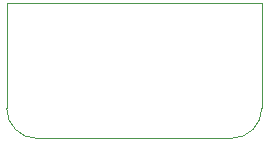
<source format=gbr>
%TF.GenerationSoftware,KiCad,Pcbnew,(6.0.11)*%
%TF.CreationDate,2023-07-03T01:03:28-07:00*%
%TF.ProjectId,sb-midi,73622d6d-6964-4692-9e6b-696361645f70,rev?*%
%TF.SameCoordinates,Original*%
%TF.FileFunction,Profile,NP*%
%FSLAX46Y46*%
G04 Gerber Fmt 4.6, Leading zero omitted, Abs format (unit mm)*
G04 Created by KiCad (PCBNEW (6.0.11)) date 2023-07-03 01:03:28*
%MOMM*%
%LPD*%
G01*
G04 APERTURE LIST*
%TA.AperFunction,Profile*%
%ADD10C,0.050000*%
%TD*%
G04 APERTURE END LIST*
D10*
X112395000Y-107315000D02*
X112395000Y-98425000D01*
X133985000Y-98425000D02*
X133985000Y-107315000D01*
X112395000Y-98425000D02*
X133985000Y-98425000D01*
X131445000Y-109855000D02*
G75*
G03*
X133985000Y-107315000I0J2540000D01*
G01*
X114935000Y-109855000D02*
X131445000Y-109855000D01*
X112395000Y-107315000D02*
G75*
G03*
X114935000Y-109855000I2540000J0D01*
G01*
M02*

</source>
